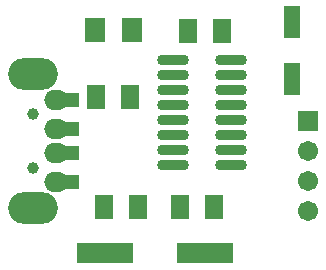
<source format=gbr>
G04*
G04 #@! TF.GenerationSoftware,Altium Limited,Altium Designer,24.2.2 (26)*
G04*
G04 Layer_Color=8388736*
%FSLAX44Y44*%
%MOMM*%
G71*
G04*
G04 #@! TF.SameCoordinates,FD859A0A-F5B6-4767-9988-903C0D25BE4A*
G04*
G04*
G04 #@! TF.FilePolarity,Negative*
G04*
G01*
G75*
%ADD20R,1.4032X2.7032*%
%ADD21R,1.5032X2.0032*%
%ADD22R,1.7032X2.1032*%
%ADD23O,2.7032X0.9032*%
%ADD24R,4.7032X1.7032*%
%ADD25R,2.7032X1.2032*%
%ADD26C,1.7032*%
%ADD27R,1.7032X1.7032*%
%ADD28C,1.0032*%
%ADD29O,4.2032X2.7032*%
%ADD30O,2.0032X1.7032*%
D20*
X246380Y221390D02*
D03*
Y173390D02*
D03*
D21*
X187220Y213360D02*
D03*
X158220D02*
D03*
X109750Y157480D02*
D03*
X80750D02*
D03*
X180870Y64770D02*
D03*
X151870D02*
D03*
X87100D02*
D03*
X116100D02*
D03*
D22*
X110750Y214632D02*
D03*
X79750D02*
D03*
D23*
X145680Y189230D02*
D03*
Y176530D02*
D03*
Y163830D02*
D03*
Y151130D02*
D03*
Y138430D02*
D03*
Y125730D02*
D03*
Y113030D02*
D03*
Y100330D02*
D03*
X194680Y189230D02*
D03*
Y176530D02*
D03*
Y163830D02*
D03*
Y151130D02*
D03*
Y138430D02*
D03*
Y125730D02*
D03*
Y113030D02*
D03*
Y100330D02*
D03*
D24*
X173310Y25400D02*
D03*
X88310D02*
D03*
D25*
X53000Y85650D02*
D03*
Y110650D02*
D03*
Y130650D02*
D03*
Y155650D02*
D03*
D26*
X260350Y111760D02*
D03*
Y86360D02*
D03*
Y60960D02*
D03*
D27*
Y137160D02*
D03*
D28*
X27000Y98150D02*
D03*
Y143150D02*
D03*
D29*
Y63650D02*
D03*
Y177650D02*
D03*
D30*
X47000Y85650D02*
D03*
Y110650D02*
D03*
Y130650D02*
D03*
Y155650D02*
D03*
M02*

</source>
